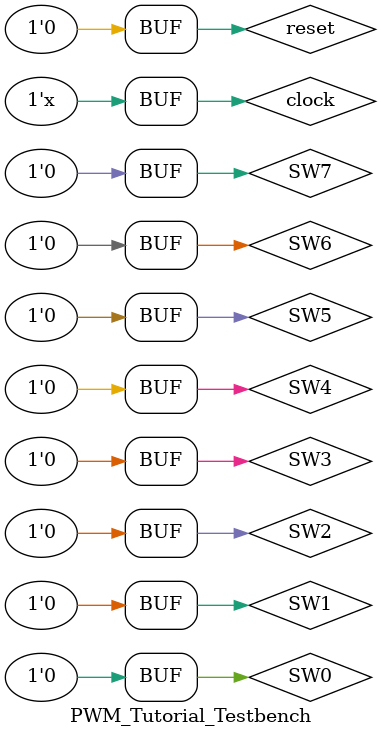
<source format=v>
`timescale 1ns / 1ps


module PWM_Tutorial_Testbench(
    );
    reg SW0;
    reg SW1;
    reg SW2;
    reg SW3;
    reg SW4;
    reg SW5;
    reg SW6;
    reg SW7;    
    reg clock;
//    reg [1:0] speed;
    reg reset;
    wire IN1;
    wire IN2;
    wire IN3;
    wire IN4;
    wire LED0;
    wire LED1;
    wire LED2;
    wire LED3;
    wire LED4;
    wire LED5;
    wire LED6;
    wire LED7;
    wire ENA;
    wire ENB;
    
    //Instantion
    PWM_Tutorial UUT(SW0,SW1,SW2,SW3,SW4,SW5,SW6,SW7,clock,reset,IN1,IN2,IN3,IN4,LED0,LED1,LED2,LED3,LED4,LED5,LED6,LED7,ENA,ENB);
    
    initial begin
        clock = 0;
//        speed = 0;
        reset = 0;
        SW0 = 0;
        SW1 = 0;
        SW2 = 0;
        SW3 = 0;
        SW4 = 0;
        SW5 = 0;
        SW6 = 0;
        SW7 = 0;
        #10;
//        speed = 0;
        reset = 0;
        SW0 = 1;
        SW1 = 0;
        SW2 = 0;
        SW3 = 0;
        SW4 = 1;
        #200;
//        speed = 0;
        reset = 0;
        SW0 = 0;
        SW1 = 1;
        SW2 = 0;
        SW3 = 0;
        SW4 = 0;
        SW5 = 1;
        #200;
//        speed = 0;
        reset = 0;
        SW0 = 0;
        SW1 = 0;
        SW2 = 1;
        SW3 = 0;
        SW5 = 0;
        SW6 = 1;
        #200;
//        speed = 0;
        reset = 0;
        SW0 = 0;
        SW1 = 0;
        SW2 = 0;
        SW3 = 1;
        SW6 = 1;
        SW7 = 1;
        #200;
//        speed = 0;
        reset = 0;
        SW0 = 0;
        SW1 = 0;
        SW2 = 1;
        SW3 = 1;
        SW6 = 0;
        SW7 = 1;
        #150;
//        speed = 0;
        reset = 1;
        SW0 = 0;
        SW1 = 0;
        SW2 = 0;
        SW3 = 0;
        SW6 = 0;
        SW7 = 0;
        #10
//        speed = 0;
        reset = 0;
        SW0 = 0;
        SW1 = 0;
        SW2 = 0;
        SW3 = 0;
        
    end
    
    always begin
    #1 clock = ~clock;
    end
    
endmodule

</source>
